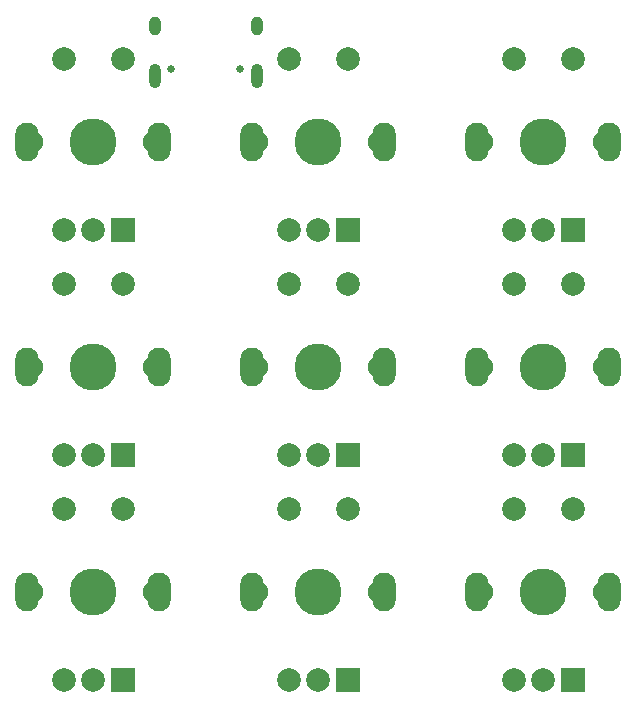
<source format=gts>
%TF.GenerationSoftware,KiCad,Pcbnew,(6.0.1)*%
%TF.CreationDate,2022-03-07T23:29:37-05:00*%
%TF.ProjectId,Aioli,41696f6c-692e-46b6-9963-61645f706362,rev?*%
%TF.SameCoordinates,Original*%
%TF.FileFunction,Soldermask,Top*%
%TF.FilePolarity,Negative*%
%FSLAX46Y46*%
G04 Gerber Fmt 4.6, Leading zero omitted, Abs format (unit mm)*
G04 Created by KiCad (PCBNEW (6.0.1)) date 2022-03-07 23:29:37*
%MOMM*%
%LPD*%
G01*
G04 APERTURE LIST*
G04 Aperture macros list*
%AMRoundRect*
0 Rectangle with rounded corners*
0 $1 Rounding radius*
0 $2 $3 $4 $5 $6 $7 $8 $9 X,Y pos of 4 corners*
0 Add a 4 corners polygon primitive as box body*
4,1,4,$2,$3,$4,$5,$6,$7,$8,$9,$2,$3,0*
0 Add four circle primitives for the rounded corners*
1,1,$1+$1,$2,$3*
1,1,$1+$1,$4,$5*
1,1,$1+$1,$6,$7*
1,1,$1+$1,$8,$9*
0 Add four rect primitives between the rounded corners*
20,1,$1+$1,$2,$3,$4,$5,0*
20,1,$1+$1,$4,$5,$6,$7,0*
20,1,$1+$1,$6,$7,$8,$9,0*
20,1,$1+$1,$8,$9,$2,$3,0*%
G04 Aperture macros list end*
%ADD10C,2.000000*%
%ADD11RoundRect,1.000000X0.000000X-0.650000X0.000000X0.650000X0.000000X0.650000X0.000000X-0.650000X0*%
%ADD12R,2.000000X2.000000*%
%ADD13C,3.987800*%
%ADD14C,1.750000*%
%ADD15O,1.000000X2.100000*%
%ADD16C,0.650000*%
%ADD17O,1.000000X1.600000*%
G04 APERTURE END LIST*
D10*
%TO.C,SW9*%
X102275000Y-88250000D03*
X107275000Y-88250000D03*
D11*
X99175000Y-95250000D03*
X110375000Y-95250000D03*
D10*
X102275000Y-102750000D03*
X104775000Y-102750000D03*
D12*
X107275000Y-102750000D03*
%TD*%
D10*
%TO.C,SW8*%
X83225000Y-88250000D03*
X88225000Y-88250000D03*
D11*
X80125000Y-95250000D03*
X91325000Y-95250000D03*
D10*
X83225000Y-102750000D03*
X85725000Y-102750000D03*
D12*
X88225000Y-102750000D03*
%TD*%
D10*
%TO.C,SW7*%
X64175000Y-88250000D03*
X69175000Y-88250000D03*
D11*
X61075000Y-95250000D03*
X72275000Y-95250000D03*
D10*
X64175000Y-102750000D03*
X66675000Y-102750000D03*
D12*
X69175000Y-102750000D03*
%TD*%
D10*
%TO.C,SW6*%
X102275000Y-69200000D03*
X107275000Y-69200000D03*
D11*
X99175000Y-76200000D03*
X110375000Y-76200000D03*
D10*
X102275000Y-83700000D03*
X104775000Y-83700000D03*
D12*
X107275000Y-83700000D03*
%TD*%
D10*
%TO.C,SW5*%
X83225000Y-69200000D03*
X88225000Y-69200000D03*
D11*
X80125000Y-76200000D03*
X91325000Y-76200000D03*
D10*
X83225000Y-83700000D03*
X85725000Y-83700000D03*
D12*
X88225000Y-83700000D03*
%TD*%
D10*
%TO.C,SW4*%
X64175000Y-69200000D03*
X69175000Y-69200000D03*
D11*
X61075000Y-76200000D03*
X72275000Y-76200000D03*
D10*
X64175000Y-83700000D03*
X66675000Y-83700000D03*
D12*
X69175000Y-83700000D03*
%TD*%
D10*
%TO.C,SW3*%
X102275000Y-50150000D03*
X107275000Y-50150000D03*
D11*
X99175000Y-57150000D03*
X110375000Y-57150000D03*
D10*
X102275000Y-64650000D03*
X104775000Y-64650000D03*
D12*
X107275000Y-64650000D03*
%TD*%
D10*
%TO.C,SW2*%
X83225000Y-50150000D03*
X88225000Y-50150000D03*
D11*
X80125000Y-57150000D03*
X91325000Y-57150000D03*
D10*
X83225000Y-64650000D03*
X85725000Y-64650000D03*
D12*
X88225000Y-64650000D03*
%TD*%
D10*
%TO.C,SW1*%
X64175000Y-50150000D03*
X69175000Y-50150000D03*
D11*
X61075000Y-57150000D03*
X72275000Y-57150000D03*
D10*
X64175000Y-64650000D03*
X66675000Y-64650000D03*
D12*
X69175000Y-64650000D03*
%TD*%
D13*
%TO.C,MX7*%
X66675000Y-95250000D03*
D14*
X61595000Y-95250000D03*
X71755000Y-95250000D03*
%TD*%
D13*
%TO.C,MX3*%
X104775000Y-57150000D03*
D14*
X99695000Y-57150000D03*
X109855000Y-57150000D03*
%TD*%
D13*
%TO.C,MX6*%
X104775000Y-76200000D03*
D14*
X99695000Y-76200000D03*
X109855000Y-76200000D03*
%TD*%
D13*
%TO.C,MX1*%
X66675000Y-57150000D03*
D14*
X61595000Y-57150000D03*
X71755000Y-57150000D03*
%TD*%
D13*
%TO.C,MX4*%
X66675000Y-76200000D03*
D14*
X61595000Y-76200000D03*
X71755000Y-76200000D03*
%TD*%
D13*
%TO.C,MX9*%
X104775000Y-95250000D03*
D14*
X99695000Y-95250000D03*
X109855000Y-95250000D03*
%TD*%
D13*
%TO.C,MX8*%
X85725000Y-95250000D03*
D14*
X80645000Y-95250000D03*
X90805000Y-95250000D03*
%TD*%
D13*
%TO.C,MX5*%
X85725000Y-76200000D03*
D14*
X80645000Y-76200000D03*
X90805000Y-76200000D03*
%TD*%
D13*
%TO.C,MX2*%
X85725000Y-57150000D03*
D14*
X80645000Y-57150000D03*
X90805000Y-57150000D03*
%TD*%
D15*
%TO.C,J1*%
X80520000Y-51548750D03*
X71880000Y-51548750D03*
D16*
X73310000Y-51018750D03*
D17*
X71880000Y-47368750D03*
D16*
X79090000Y-51018750D03*
D17*
X80520000Y-47368750D03*
%TD*%
M02*

</source>
